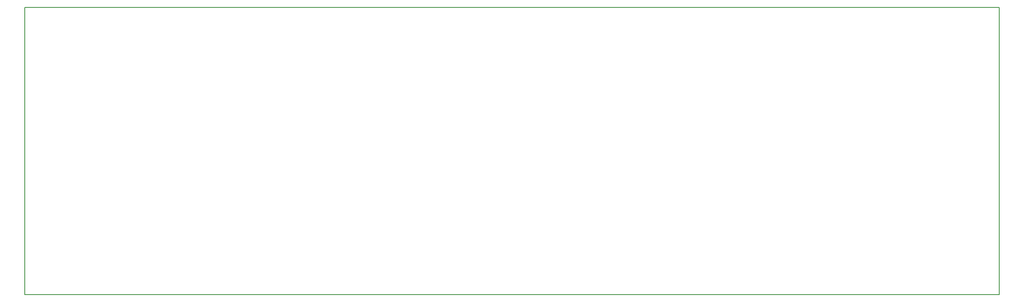
<source format=gbr>
G04 #@! TF.FileFunction,Profile,NP*
%FSLAX46Y46*%
G04 Gerber Fmt 4.6, Leading zero omitted, Abs format (unit mm)*
G04 Created by KiCad (PCBNEW 4.0.7) date Sunday 08 October 2017 21:21:43*
%MOMM*%
%LPD*%
G01*
G04 APERTURE LIST*
%ADD10C,0.100000*%
%ADD11C,0.150000*%
G04 APERTURE END LIST*
D10*
D11*
X20000000Y-40000000D02*
X220000000Y-40000000D01*
X20000000Y-99000000D02*
X20000000Y-40000000D01*
X220000000Y-99000000D02*
X20000000Y-99000000D01*
X220000000Y-40000000D02*
X220000000Y-99000000D01*
M02*

</source>
